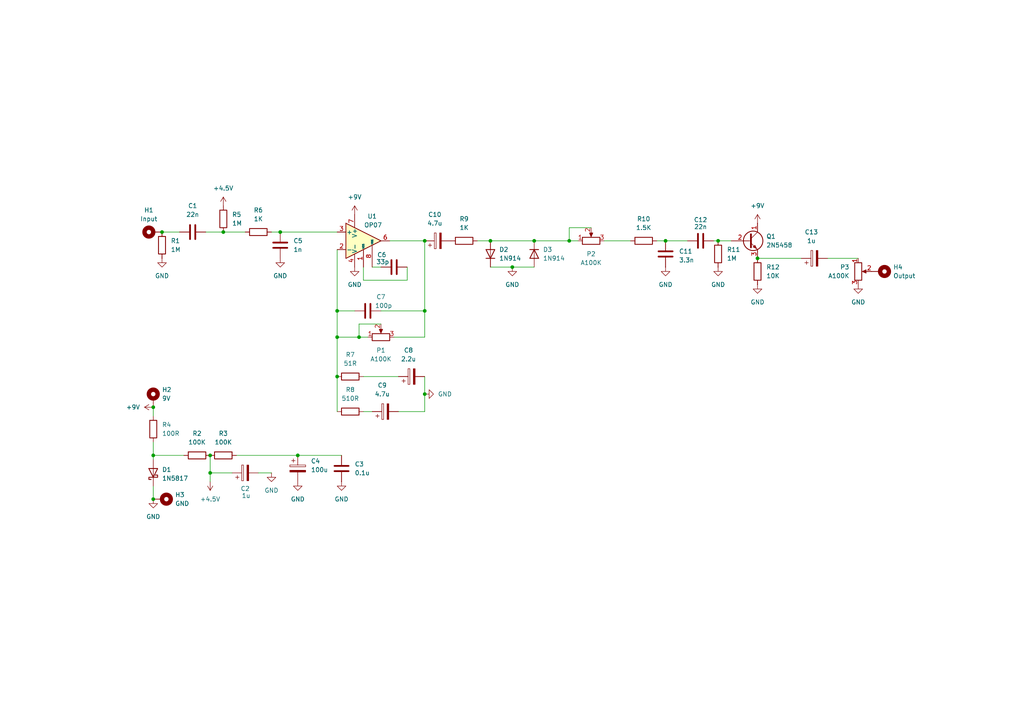
<source format=kicad_sch>
(kicad_sch (version 20231120) (generator "eeschema") (generator_version "8.0")
  (paper "A4")
  (lib_symbols
    (symbol "Amplifier_Operational:OP07" (pin_names (offset 0.127))
      (property "Reference" "U" (at 1.27 6.35 0))
      (property "Value" "OP07" (at 1.27 3.81 0))
      (symbol "OP07_0_1"
        (polyline (pts (xy -5.08 5.08) (xy 5.08 0) (xy -5.08 -5.08) (xy -5.08 5.08)) (stroke (width 0.254)) (fill (type background)))
      )
      (symbol "OP07_1_1"
        (pin input line (at 0 -7.62 90) (length 5.08) (name "VOS") (number "1"))
        (pin input line (at -7.62 -2.54 0) (length 2.54) (name "-") (number "2"))
        (pin input line (at -7.62 2.54 0) (length 2.54) (name "+") (number "3"))
        (pin power_in line (at -2.54 -7.62 90) (length 3.81) (name "V-") (number "4"))
        (pin no_connect line (at 0 2.54 270) (length 2.54) hide (name "NC") (number "5"))
        (pin output line (at 7.62 0 180) (length 2.54) (name "~") (number "6"))
        (pin power_in line (at -2.54 7.62 270) (length 3.81) (name "V+") (number "7"))
        (pin input line (at 2.54 -7.62 90) (length 6.35) (name "VOS") (number "8"))
      )
    )
    (symbol "Device:C" (pin_numbers hide) (pin_names (offset 0.254))
      (property "Reference" "C" (at 0.635 2.54 0))
      (property "Value" "C" (at 0.635 -2.54 0))
      (symbol "C_0_1"
        (polyline (pts (xy -2.032 -0.762) (xy 2.032 -0.762)) (stroke (width 0.508)))
        (polyline (pts (xy -2.032 0.762) (xy 2.032 0.762)) (stroke (width 0.508)))
      )
      (symbol "C_1_1"
        (pin passive line (at 0 3.81 270) (length 2.794) (name "~") (number "1"))
        (pin passive line (at 0 -3.81 90) (length 2.794) (name "~") (number "2"))
      )
    )
    (symbol "Device:C_Polarized" (pin_numbers hide) (pin_names (offset 0.254))
      (property "Reference" "C" (at 0.635 2.54 0))
      (property "Value" "C_Polarized" (at 0.635 -2.54 0))
      (symbol "C_Polarized_0_1"
        (rectangle (start -2.286 0.508) (end 2.286 1.016))
        (polyline (pts (xy -1.778 2.286) (xy -0.762 2.286)))
        (polyline (pts (xy -1.27 2.794) (xy -1.27 1.778)))
        (rectangle (start 2.286 -0.508) (end -2.286 -1.016) (fill (type outline)))
      )
      (symbol "C_Polarized_1_1"
        (pin passive line (at 0 3.81 270) (length 2.794) (name "~") (number "1"))
        (pin passive line (at 0 -3.81 90) (length 2.794) (name "~") (number "2"))
      )
    )
    (symbol "Device:R" (pin_numbers hide) (pin_names (offset 0))
      (property "Reference" "R" (at 2.032 0 90))
      (property "Value" "R" (at 0 0 90))
      (symbol "R_0_1"
        (rectangle (start -1.016 -2.54) (end 1.016 2.54) (stroke (width 0.254)))
      )
      (symbol "R_1_1"
        (pin passive line (at 0 3.81 270) (length 1.27) (name "~") (number "1"))
        (pin passive line (at 0 -3.81 90) (length 1.27) (name "~") (number "2"))
      )
    )
    (symbol "Device:R_Potentiometer" (pin_names (offset 1.016) hide)
      (property "Reference" "RV" (at -4.445 0 90))
      (property "Value" "R_Potentiometer" (at -2.54 0 90))
      (symbol "R_Potentiometer_0_1"
        (polyline (pts (xy 2.54 0) (xy 1.524 0)))
        (polyline (pts (xy 1.143 0) (xy 2.286 0.508) (xy 2.286 -0.508) (xy 1.143 0)) (fill (type outline)))
        (rectangle (start 1.016 2.54) (end -1.016 -2.54) (stroke (width 0.254)))
      )
      (symbol "R_Potentiometer_1_1"
        (pin passive line (at 0 3.81 270) (length 1.27) (name "1") (number "1"))
        (pin passive line (at 3.81 0 180) (length 1.27) (name "2") (number "2"))
        (pin passive line (at 0 -3.81 90) (length 1.27) (name "3") (number "3"))
      )
    )
    (symbol "Diode:1N5817" (pin_numbers hide) (pin_names (offset 1.016) hide)
      (property "Reference" "D" (at 0 2.54 0))
      (property "Value" "1N5817" (at 0 -2.54 0))
      (symbol "1N5817_0_1"
        (polyline (pts (xy 1.27 0) (xy -1.27 0)))
        (polyline (pts (xy 1.27 1.27) (xy 1.27 -1.27) (xy -1.27 0) (xy 1.27 1.27)) (stroke (width 0.254)))
        (polyline (pts (xy -1.905 0.635) (xy -1.905 1.27) (xy -1.27 1.27) (xy -1.27 -1.27) (xy -0.635 -1.27) (xy -0.635 -0.635)) (stroke (width 0.254)))
      )
      (symbol "1N5817_1_1"
        (pin passive line (at -3.81 0 0) (length 2.54) (name "K") (number "1"))
        (pin passive line (at 3.81 0 180) (length 2.54) (name "A") (number "2"))
      )
    )
    (symbol "Diode:1N914" (pin_numbers hide) (pin_names hide)
      (property "Reference" "D" (at 0 2.54 0))
      (property "Value" "1N914" (at 0 -2.54 0))
      (symbol "1N914_0_1"
        (polyline (pts (xy -1.27 1.27) (xy -1.27 -1.27)) (stroke (width 0.254)))
        (polyline (pts (xy 1.27 0) (xy -1.27 0)))
        (polyline (pts (xy 1.27 1.27) (xy 1.27 -1.27) (xy -1.27 0) (xy 1.27 1.27)) (stroke (width 0.254)))
      )
      (symbol "1N914_1_1"
        (pin passive line (at -3.81 0 0) (length 2.54) (name "K") (number "1"))
        (pin passive line (at 3.81 0 180) (length 2.54) (name "A") (number "2"))
      )
    )
    (symbol "Mechanical:MountingHole_Pad" (pin_numbers hide) (pin_names (offset 1.016) hide) (exclude_from_sim yes) (in_bom no)
      (property "Reference" "H" (at 0 6.35 0))
      (property "Value" "MountingHole_Pad" (at 0 4.445 0))
      (symbol "MountingHole_Pad_0_1"
        (circle (center 0 1.27) (radius 1.27) (stroke (width 1.27)))
      )
      (symbol "MountingHole_Pad_1_1"
        (pin input line (at 0 -2.54 90) (length 2.54) (name "1") (number "1"))
      )
    )
    (symbol "Transistor_BJT:BC549" (pin_names (offset 0) hide)
      (property "Reference" "Q" (at 5.08 1.905 0))
      (property "Value" "BC549" (at 5.08 0 0))
      (symbol "BC549_0_1"
        (polyline (pts (xy 0 0) (xy 0.635 0)))
        (polyline (pts (xy 0.635 0.635) (xy 2.54 2.54)))
        (polyline (pts (xy 0.635 -0.635) (xy 2.54 -2.54) (xy 2.54 -2.54)))
        (polyline (pts (xy 0.635 1.905) (xy 0.635 -1.905) (xy 0.635 -1.905)) (stroke (width 0.508)))
        (polyline (pts (xy 1.27 -1.778) (xy 1.778 -1.27) (xy 2.286 -2.286) (xy 1.27 -1.778) (xy 1.27 -1.778)) (fill (type outline)))
        (circle (center 1.27 0) (radius 2.8194) (stroke (width 0.254)))
      )
      (symbol "BC549_1_1"
        (pin passive line (at 2.54 5.08 270) (length 2.54) (name "C") (number "1"))
        (pin input line (at -5.08 0 0) (length 5.08) (name "B") (number "2"))
        (pin passive line (at 2.54 -5.08 90) (length 2.54) (name "E") (number "3"))
      )
    )
    (symbol "power:+4V" (power) (pin_numbers hide) (pin_names (offset 0) hide)
      (property "Value" "+4V" (at 0 3.556 0))
      (symbol "+4V_0_1"
        (polyline (pts (xy -0.762 1.27) (xy 0 2.54)))
        (polyline (pts (xy 0 0) (xy 0 2.54)))
        (polyline (pts (xy 0 2.54) (xy 0.762 1.27)))
      )
      (symbol "+4V_1_1"
        (pin power_in line (at 0 0 90) (length 0) (name "~") (number "1"))
      )
    )
    (symbol "power:+9V" (power) (pin_numbers hide) (pin_names (offset 0) hide)
      (property "Value" "+9V" (at 0 3.556 0))
      (symbol "+9V_0_1"
        (polyline (pts (xy -0.762 1.27) (xy 0 2.54)))
        (polyline (pts (xy 0 0) (xy 0 2.54)))
        (polyline (pts (xy 0 2.54) (xy 0.762 1.27)))
      )
      (symbol "+9V_1_1"
        (pin power_in line (at 0 0 90) (length 0) (name "~") (number "1"))
      )
    )
    (symbol "power:GND" (power) (pin_numbers hide) (pin_names (offset 0) hide)
      (property "Value" "GND" (at 0 -3.81 0))
      (symbol "GND_0_1"
        (polyline (pts (xy 0 0) (xy 0 -1.27) (xy 1.27 -1.27) (xy 0 -2.54) (xy -1.27 -1.27) (xy 0 -1.27)))
      )
      (symbol "GND_1_1"
        (pin power_in line (at 0 0 270) (length 0) (name "~") (number "1"))
      )
    )
  )
  (junction (at 46.99 67.31))
  (junction (at 148.59 77.47))
  (junction (at 123.19 114.3))
  (junction (at 154.94 69.85))
  (junction (at 44.45 132.08))
  (junction (at 44.45 144.78))
  (junction (at 219.71 74.93))
  (junction (at 123.19 69.85))
  (junction (at 81.28 67.31))
  (junction (at 60.96 137.16))
  (junction (at 165.1 69.85))
  (junction (at 60.96 132.08))
  (junction (at 97.79 97.79))
  (junction (at 86.36 132.08))
  (junction (at 44.45 118.11))
  (junction (at 97.79 90.17))
  (junction (at 193.04 69.85))
  (junction (at 123.19 90.17))
  (junction (at 142.24 69.85))
  (junction (at 104.14 97.79))
  (junction (at 64.77 67.31))
  (junction (at 208.28 69.85))
  (junction (at 97.79 109.22))
  (wire (pts (xy 44.45 128.27) (xy 44.45 132.08)))
  (wire (pts (xy 212.09 69.85) (xy 208.28 69.85)))
  (wire (pts (xy 207.01 69.85) (xy 208.28 69.85)))
  (wire (pts (xy 123.19 90.17) (xy 123.19 69.85)))
  (wire (pts (xy 240.03 74.93) (xy 248.92 74.93)))
  (wire (pts (xy 171.45 66.04) (xy 165.1 66.04)))
  (wire (pts (xy 107.95 77.47) (xy 110.49 77.47)))
  (wire (pts (xy 154.94 69.85) (xy 165.1 69.85)))
  (wire (pts (xy 78.74 67.31) (xy 81.28 67.31)))
  (wire (pts (xy 105.41 77.47) (xy 105.41 81.28)))
  (wire (pts (xy 105.41 119.38) (xy 107.95 119.38)))
  (wire (pts (xy 97.79 72.39) (xy 97.79 90.17)))
  (wire (pts (xy 193.04 69.85) (xy 199.39 69.85)))
  (wire (pts (xy 104.14 93.98) (xy 104.14 97.79)))
  (wire (pts (xy 44.45 132.08) (xy 44.45 133.35)))
  (wire (pts (xy 110.49 90.17) (xy 123.19 90.17)))
  (wire (pts (xy 148.59 77.47) (xy 154.94 77.47)))
  (wire (pts (xy 142.24 77.47) (xy 148.59 77.47)))
  (wire (pts (xy 123.19 119.38) (xy 115.57 119.38)))
  (wire (pts (xy 105.41 81.28) (xy 118.11 81.28)))
  (wire (pts (xy 123.19 109.22) (xy 123.19 114.3)))
  (wire (pts (xy 110.49 93.98) (xy 104.14 93.98)))
  (wire (pts (xy 118.11 81.28) (xy 118.11 77.47)))
  (wire (pts (xy 64.77 67.31) (xy 71.12 67.31)))
  (wire (pts (xy 67.31 137.16) (xy 60.96 137.16)))
  (wire (pts (xy 44.45 118.11) (xy 44.45 120.65)))
  (wire (pts (xy 104.14 97.79) (xy 97.79 97.79)))
  (wire (pts (xy 74.93 137.16) (xy 78.74 137.16)))
  (wire (pts (xy 97.79 90.17) (xy 102.87 90.17)))
  (wire (pts (xy 219.71 74.93) (xy 232.41 74.93)))
  (wire (pts (xy 106.68 97.79) (xy 104.14 97.79)))
  (wire (pts (xy 114.3 97.79) (xy 123.19 97.79)))
  (wire (pts (xy 59.69 67.31) (xy 64.77 67.31)))
  (wire (pts (xy 165.1 69.85) (xy 167.64 69.85)))
  (wire (pts (xy 44.45 140.97) (xy 44.45 144.78)))
  (wire (pts (xy 123.19 69.85) (xy 113.03 69.85)))
  (wire (pts (xy 123.19 97.79) (xy 123.19 90.17)))
  (wire (pts (xy 60.96 132.08) (xy 60.96 137.16)))
  (wire (pts (xy 123.19 114.3) (xy 123.19 119.38)))
  (wire (pts (xy 68.58 132.08) (xy 86.36 132.08)))
  (wire (pts (xy 182.88 69.85) (xy 175.26 69.85)))
  (wire (pts (xy 97.79 97.79) (xy 97.79 109.22)))
  (wire (pts (xy 165.1 66.04) (xy 165.1 69.85)))
  (wire (pts (xy 60.96 137.16) (xy 60.96 139.7)))
  (wire (pts (xy 86.36 132.08) (xy 99.06 132.08)))
  (wire (pts (xy 53.34 132.08) (xy 44.45 132.08)))
  (wire (pts (xy 115.57 109.22) (xy 105.41 109.22)))
  (wire (pts (xy 138.43 69.85) (xy 142.24 69.85)))
  (wire (pts (xy 142.24 69.85) (xy 154.94 69.85)))
  (wire (pts (xy 97.79 109.22) (xy 97.79 119.38)))
  (wire (pts (xy 97.79 97.79) (xy 97.79 90.17)))
  (wire (pts (xy 81.28 67.31) (xy 97.79 67.31)))
  (wire (pts (xy 46.99 67.31) (xy 52.07 67.31)))
  (wire (pts (xy 193.04 69.85) (xy 190.5 69.85)))
  (symbol (lib_id "Diode:1N914") (at 154.94 73.66 270) (unit 1)
    (property "Reference" "D3" (at 157.48 72.3899 90) (effects (justify left)))
    (property "Value" "1N914" (at 157.48 74.9299 90) (effects (justify left)))
    (property "Footprint" "Diode_THT:D_DO-35_SOD27_P7.62mm_Horizontal" (effects (hide yes)))
    (property "Datasheet" "http://www.vishay.com/docs/85622/1n914.pdf" (effects (hide yes)))
    (property "Description" "100V 0.3A Small Signal Fast Switching Diode, DO-35" (effects (hide yes)))
    (property "Sim.Device" "D" (effects (hide yes)))
    (property "Sim.Pins" "1=K 2=A" (effects (hide yes)))
  )
  (symbol (lib_id "Amplifier_Operational:OP07") (at 105.41 69.85 0) (unit 1)
    (property "Reference" "U1" (at 107.95 62.738 0))
    (property "Value" "OP07" (at 108.204 65.278 0))
    (property "Footprint" "Library:DIP-8 Socketed" (effects (hide yes)))
    (property "Datasheet" "https://www.analog.com/media/en/technical-documentation/data-sheets/OP07.pdf" (effects (hide yes)))
    (property "Description" "Single Ultra-Low Offset Voltage Operational Amplifier, DIP-8/SOIC-8" (effects (hide yes)))
  )
  (symbol (lib_id "Device:C") (at 81.28 71.12 180) (unit 1)
    (property "Reference" "C5" (at 85.09 69.8499 0) (effects (justify right)))
    (property "Value" "1n" (at 85.09 72.3899 0) (effects (justify right)))
    (property "Footprint" "Library:Film Capacitor (L7.2_W3.0_P5.0)" (effects (hide yes)))
    (property "Description" "Unpolarized capacitor" (effects (hide yes)))
  )
  (symbol (lib_id "power:GND") (at 46.99 74.93 0) (unit 1)
    (property "Reference" "#PWR03" (effects (hide yes)))
    (property "Value" "GND" (at 46.99 80.01 0))
    (property "Description" "Power symbol creates a global label with name \"GND\" , ground" (effects (hide yes)))
  )
  (symbol (lib_id "power:GND") (at 78.74 137.16 0) (unit 1)
    (property "Reference" "#PWR06" (effects (hide yes)))
    (property "Value" "GND" (at 78.74 142.24 0))
    (property "Description" "Power symbol creates a global label with name \"GND\" , ground" (effects (hide yes)))
  )
  (symbol (lib_id "Device:C_Polarized") (at 236.22 74.93 90) (unit 1)
    (property "Reference" "C13" (at 235.331 67.31 90))
    (property "Value" "1u" (at 235.331 69.85 90))
    (property "Footprint" "Library:Film Capacitor (L7.2_W5.5_P5.0)" (effects (hide yes)))
    (property "Description" "Polarized capacitor" (effects (hide yes)))
  )
  (symbol (lib_id "power:+4V") (at 64.77 59.69 0) (unit 1)
    (property "Reference" "#PWR05" (effects (hide yes)))
    (property "Value" "+4.5V" (at 64.77 54.61 0))
    (property "Description" "Power symbol creates a global label with name \"+4V\"" (effects (hide yes)))
  )
  (symbol (lib_id "Device:R_Potentiometer") (at 248.92 78.74 0) (unit 1)
    (property "Reference" "P3" (at 246.38 77.4699 0) (effects (justify right)))
    (property "Value" "A100K" (at 246.38 80.0099 0) (effects (justify right)))
    (property "Footprint" "Library:3 Wire Pads" (effects (hide yes)))
    (property "Description" "Potentiometer" (effects (hide yes)))
  )
  (symbol (lib_id "Diode:1N914") (at 142.24 73.66 90) (unit 1)
    (property "Reference" "D2" (at 144.78 72.3899 90) (effects (justify right)))
    (property "Value" "1N914" (at 144.78 74.9299 90) (effects (justify right)))
    (property "Footprint" "Diode_THT:D_DO-35_SOD27_P7.62mm_Horizontal" (effects (hide yes)))
    (property "Datasheet" "http://www.vishay.com/docs/85622/1n914.pdf" (effects (hide yes)))
    (property "Description" "100V 0.3A Small Signal Fast Switching Diode, DO-35" (effects (hide yes)))
    (property "Sim.Device" "D" (effects (hide yes)))
    (property "Sim.Pins" "1=K 2=A" (effects (hide yes)))
  )
  (symbol (lib_id "Device:R") (at 57.15 132.08 90) (unit 1)
    (property "Reference" "R2" (at 57.15 125.73 90))
    (property "Value" "100K" (at 57.15 128.27 90))
    (property "Footprint" "Library:THT Standard Resistor" (effects (hide yes)))
    (property "Description" "Resistor" (effects (hide yes)))
  )
  (symbol (lib_id "power:GND") (at 99.06 139.7 0) (unit 1)
    (property "Reference" "#PWR08" (effects (hide yes)))
    (property "Value" "GND" (at 99.06 144.78 0))
    (property "Description" "Power symbol creates a global label with name \"GND\" , ground" (effects (hide yes)))
  )
  (symbol (lib_id "Mechanical:MountingHole_Pad") (at 46.99 144.78 270) (unit 1) (exclude_from_sim yes) (in_bom no)
    (property "Reference" "H3" (at 50.8 143.5099 90) (effects (justify left)))
    (property "Value" "GND" (at 50.8 146.0499 90) (effects (justify left)))
    (property "Footprint" "Library:1 Wire Pad" (effects (hide yes)))
    (property "Description" "Mounting Hole with connection" (effects (hide yes)))
  )
  (symbol (lib_id "Mechanical:MountingHole_Pad") (at 44.45 115.57 0) (unit 1) (exclude_from_sim yes) (in_bom no)
    (property "Reference" "H2" (at 46.99 113.0299 0) (effects (justify left)))
    (property "Value" "9V" (at 46.99 115.5699 0) (effects (justify left)))
    (property "Footprint" "Library:1 Wire Pad" (effects (hide yes)))
    (property "Description" "Mounting Hole with connection" (effects (hide yes)))
  )
  (symbol (lib_id "Device:C") (at 99.06 135.89 0) (unit 1)
    (property "Reference" "C3" (at 102.87 134.6199 0) (effects (justify left)))
    (property "Value" "0.1u" (at 102.87 137.1599 0) (effects (justify left)))
    (property "Footprint" "Library:Film Capacitor (L7.2_W3.0_P5.0)" (effects (hide yes)))
    (property "Description" "Unpolarized capacitor" (effects (hide yes)))
  )
  (symbol (lib_id "power:GND") (at 44.45 144.78 0) (unit 1)
    (property "Reference" "#PWR02" (effects (hide yes)))
    (property "Value" "GND" (at 44.45 149.86 0))
    (property "Description" "Power symbol creates a global label with name \"GND\" , ground" (effects (hide yes)))
  )
  (symbol (lib_id "Device:R") (at 219.71 78.74 0) (unit 1)
    (property "Reference" "R12" (at 222.25 77.4699 0) (effects (justify left)))
    (property "Value" "10K" (at 222.25 80.0099 0) (effects (justify left)))
    (property "Footprint" "Library:THT Standard Resistor" (effects (hide yes)))
    (property "Description" "Resistor" (effects (hide yes)))
  )
  (symbol (lib_id "power:GND") (at 86.36 139.7 0) (unit 1)
    (property "Reference" "#PWR07" (effects (hide yes)))
    (property "Value" "GND" (at 86.36 144.78 0))
    (property "Description" "Power symbol creates a global label with name \"GND\" , ground" (effects (hide yes)))
  )
  (symbol (lib_id "Device:C") (at 114.3 77.47 270) (unit 1)
    (property "Reference" "C6" (at 110.744 73.914 90))
    (property "Value" "33p" (at 110.998 75.946 90))
    (property "Footprint" "Library:Ceramic Disc Capacitor (P2.5)" (effects (hide yes)))
    (property "Description" "Unpolarized capacitor" (effects (hide yes)))
  )
  (symbol (lib_id "Device:R") (at 64.77 63.5 0) (unit 1)
    (property "Reference" "R5" (at 67.31 62.2299 0) (effects (justify left)))
    (property "Value" "1M" (at 67.31 64.7699 0) (effects (justify left)))
    (property "Footprint" "Library:THT Standard Resistor" (effects (hide yes)))
    (property "Description" "Resistor" (effects (hide yes)))
  )
  (symbol (lib_id "power:GND") (at 219.71 82.55 0) (unit 1)
    (property "Reference" "#PWR016" (effects (hide yes)))
    (property "Value" "GND" (at 219.71 87.63 0))
    (property "Description" "Power symbol creates a global label with name \"GND\" , ground" (effects (hide yes)))
  )
  (symbol (lib_id "Device:C") (at 106.68 90.17 270) (unit 1)
    (property "Reference" "C7" (at 110.49 86.106 90))
    (property "Value" "100p" (at 111.252 88.646 90))
    (property "Footprint" "Library:Ceramic Disc Capacitor (P2.5)" (effects (hide yes)))
    (property "Description" "Unpolarized capacitor" (effects (hide yes)))
  )
  (symbol (lib_id "power:GND") (at 208.28 77.47 0) (unit 1)
    (property "Reference" "#PWR014" (effects (hide yes)))
    (property "Value" "GND" (at 208.28 82.55 0))
    (property "Description" "Power symbol creates a global label with name \"GND\" , ground" (effects (hide yes)))
  )
  (symbol (lib_id "power:GND") (at 248.92 82.55 0) (unit 1)
    (property "Reference" "#PWR018" (effects (hide yes)))
    (property "Value" "GND" (at 248.92 87.63 0))
    (property "Description" "Power symbol creates a global label with name \"GND\" , ground" (effects (hide yes)))
  )
  (symbol (lib_id "power:GND") (at 123.19 114.3 90) (unit 1)
    (property "Reference" "#PWR012" (effects (hide yes)))
    (property "Value" "GND" (at 127 114.2999 90) (effects (justify right)))
    (property "Description" "Power symbol creates a global label with name \"GND\" , ground" (effects (hide yes)))
  )
  (symbol (lib_id "power:+4V") (at 60.96 139.7 180) (unit 1)
    (property "Reference" "#PWR04" (effects (hide yes)))
    (property "Value" "+4.5V" (at 60.96 144.78 0))
    (property "Description" "Power symbol creates a global label with name \"+4V\"" (effects (hide yes)))
  )
  (symbol (lib_id "Transistor_BJT:BC549") (at 217.17 69.85 0) (unit 1)
    (property "Reference" "Q1" (at 222.25 68.5799 0) (effects (justify left)))
    (property "Value" "2N5458" (at 222.25 71.1199 0) (effects (justify left)))
    (property "Footprint" "Package_TO_SOT_THT:TO-92_Inline" (effects (hide yes)))
    (property "Datasheet" "https://www.onsemi.com/pub/Collateral/BC550-D.pdf" (effects (hide yes)))
    (property "Description" "0.1A Ic, 30V Vce, Small Signal NPN Transistor, TO-92" (effects (hide yes)))
  )
  (symbol (lib_id "Device:R") (at 74.93 67.31 90) (unit 1)
    (property "Reference" "R6" (at 74.93 60.96 90))
    (property "Value" "1K" (at 74.93 63.5 90))
    (property "Footprint" "Library:THT Standard Resistor" (effects (hide yes)))
    (property "Description" "Resistor" (effects (hide yes)))
  )
  (symbol (lib_id "power:GND") (at 148.59 77.47 0) (unit 1)
    (property "Reference" "#PWR013" (effects (hide yes)))
    (property "Value" "GND" (at 148.59 82.55 0))
    (property "Description" "Power symbol creates a global label with name \"GND\" , ground" (effects (hide yes)))
  )
  (symbol (lib_id "power:+9V") (at 219.71 64.77 0) (unit 1)
    (property "Reference" "#PWR015" (effects (hide yes)))
    (property "Value" "+9V" (at 219.71 59.69 0))
    (property "Description" "Power symbol creates a global label with name \"+9V\"" (effects (hide yes)))
  )
  (symbol (lib_id "Mechanical:MountingHole_Pad") (at 44.45 67.31 90) (unit 1) (exclude_from_sim yes) (in_bom no)
    (property "Reference" "H1" (at 43.18 60.96 90))
    (property "Value" "Input" (at 43.18 63.5 90))
    (property "Footprint" "Library:1 Wire Pad" (effects (hide yes)))
    (property "Description" "Mounting Hole with connection" (effects (hide yes)))
  )
  (symbol (lib_id "Device:C_Polarized") (at 119.38 109.22 90) (unit 1)
    (property "Reference" "C8" (at 118.491 101.6 90))
    (property "Value" "2.2u" (at 118.491 104.14 90))
    (property "Footprint" "Library:Electrolytic Capacitor (D5_P2.5)" (effects (hide yes)))
    (property "Description" "Polarized capacitor" (effects (hide yes)))
  )
  (symbol (lib_id "power:+9V") (at 102.87 62.23 0) (unit 1)
    (property "Reference" "#PWR011" (effects (hide yes)))
    (property "Value" "+9V" (at 102.87 57.15 0))
    (property "Description" "Power symbol creates a global label with name \"+9V\"" (effects (hide yes)))
  )
  (symbol (lib_id "Device:R") (at 101.6 119.38 90) (unit 1)
    (property "Reference" "R8" (at 101.6 113.03 90))
    (property "Value" "510R" (at 101.6 115.57 90))
    (property "Footprint" "Library:THT Standard Resistor" (effects (hide yes)))
    (property "Description" "Resistor" (effects (hide yes)))
  )
  (symbol (lib_id "Device:C_Polarized") (at 86.36 135.89 0) (unit 1)
    (property "Reference" "C4" (at 90.17 133.7309 0) (effects (justify left)))
    (property "Value" "100u" (at 90.17 136.2709 0) (effects (justify left)))
    (property "Footprint" "Library:Electrolytic Capacitor (D6.3_P2.5)" (effects (hide yes)))
    (property "Description" "Polarized capacitor" (effects (hide yes)))
  )
  (symbol (lib_id "Device:R") (at 46.99 71.12 0) (unit 1)
    (property "Reference" "R1" (at 49.53 69.8499 0) (effects (justify left)))
    (property "Value" "1M" (at 49.53 72.3899 0) (effects (justify left)))
    (property "Footprint" "Library:THT Standard Resistor" (effects (hide yes)))
    (property "Description" "Resistor" (effects (hide yes)))
  )
  (symbol (lib_id "Device:R") (at 101.6 109.22 90) (unit 1)
    (property "Reference" "R7" (at 101.6 102.87 90))
    (property "Value" "51R" (at 101.6 105.41 90))
    (property "Footprint" "Library:THT Standard Resistor" (effects (hide yes)))
    (property "Description" "Resistor" (effects (hide yes)))
  )
  (symbol (lib_id "Device:C") (at 193.04 73.66 0) (unit 1)
    (property "Reference" "C11" (at 198.882 72.898 0))
    (property "Value" "3.3n" (at 199.136 75.438 0))
    (property "Footprint" "Library:Film Capacitor (L7.2_W3.0_P5.0)" (effects (hide yes)))
    (property "Description" "Unpolarized capacitor" (effects (hide yes)))
  )
  (symbol (lib_id "Device:R") (at 134.62 69.85 90) (unit 1)
    (property "Reference" "R9" (at 134.62 63.5 90))
    (property "Value" "1K" (at 134.62 66.04 90))
    (property "Footprint" "Library:THT Standard Resistor" (effects (hide yes)))
    (property "Description" "Resistor" (effects (hide yes)))
  )
  (symbol (lib_id "Device:C") (at 55.88 67.31 90) (unit 1)
    (property "Reference" "C1" (at 55.88 59.69 90))
    (property "Value" "22n" (at 55.88 62.23 90))
    (property "Footprint" "Library:Film Capacitor (L7.2_W3.0_P5.0)" (effects (hide yes)))
    (property "Description" "Unpolarized capacitor" (effects (hide yes)))
  )
  (symbol (lib_id "Device:C") (at 203.2 69.85 90) (unit 1)
    (property "Reference" "C12" (at 203.2 63.754 90))
    (property "Value" "22n" (at 203.2 65.786 90))
    (property "Footprint" "Library:Film Capacitor (L7.2_W3.0_P5.0)" (effects (hide yes)))
    (property "Description" "Unpolarized capacitor" (effects (hide yes)))
  )
  (symbol (lib_id "Device:R_Potentiometer") (at 110.49 97.79 90) (unit 1)
    (property "Reference" "P1" (at 110.49 101.6 90))
    (property "Value" "A100K" (at 110.49 104.14 90))
    (property "Footprint" "Library:3 Wire Pads" (effects (hide yes)))
    (property "Description" "Potentiometer" (effects (hide yes)))
  )
  (symbol (lib_id "Device:R") (at 44.45 124.46 0) (unit 1)
    (property "Reference" "R4" (at 46.99 123.1899 0) (effects (justify left)))
    (property "Value" "100R" (at 46.99 125.7299 0) (effects (justify left)))
    (property "Footprint" "Library:THT Standard Resistor" (effects (hide yes)))
    (property "Description" "Resistor" (effects (hide yes)))
  )
  (symbol (lib_id "Mechanical:MountingHole_Pad") (at 255.27 78.74 270) (unit 1) (exclude_from_sim yes) (in_bom no)
    (property "Reference" "H4" (at 259.08 77.4699 90) (effects (justify left)))
    (property "Value" "Output" (at 259.08 80.0099 90) (effects (justify left)))
    (property "Footprint" "Library:1 Wire Pad" (effects (hide yes)))
    (property "Description" "Mounting Hole with connection" (effects (hide yes)))
  )
  (symbol (lib_id "power:GND") (at 81.28 74.93 0) (unit 1)
    (property "Reference" "#PWR09" (effects (hide yes)))
    (property "Value" "GND" (at 81.28 80.01 0))
    (property "Description" "Power symbol creates a global label with name \"GND\" , ground" (effects (hide yes)))
  )
  (symbol (lib_id "power:GND") (at 193.04 77.47 0) (unit 1)
    (property "Reference" "#PWR017" (effects (hide yes)))
    (property "Value" "GND" (at 193.04 82.55 0))
    (property "Description" "Power symbol creates a global label with name \"GND\" , ground" (effects (hide yes)))
  )
  (symbol (lib_id "Device:R") (at 186.69 69.85 90) (unit 1)
    (property "Reference" "R10" (at 186.69 63.5 90))
    (property "Value" "1.5K" (at 186.69 66.04 90))
    (property "Footprint" "Library:THT Standard Resistor" (effects (hide yes)))
    (property "Description" "Resistor" (effects (hide yes)))
  )
  (symbol (lib_id "Diode:1N5817") (at 44.45 137.16 90) (unit 1)
    (property "Reference" "D1" (at 46.99 136.2074 90) (effects (justify right)))
    (property "Value" "1N5817" (at 46.99 138.7474 90) (effects (justify right)))
    (property "Footprint" "Diode_THT:D_DO-41_SOD81_P10.16mm_Horizontal" (effects (hide yes)))
    (property "Datasheet" "http://www.vishay.com/docs/88525/1n5817.pdf" (effects (hide yes)))
    (property "Description" "20V 1A Schottky Barrier Rectifier Diode, DO-41" (effects (hide yes)))
  )
  (symbol (lib_id "Device:C_Polarized") (at 127 69.85 90) (unit 1)
    (property "Reference" "C10" (at 126.111 62.23 90))
    (property "Value" "4.7u" (at 126.111 64.77 90))
    (property "Footprint" "Library:Electrolytic Capacitor (D5.0_P2.0)" (effects (hide yes)))
    (property "Description" "Polarized capacitor" (effects (hide yes)))
  )
  (symbol (lib_id "Device:C_Polarized") (at 111.76 119.38 90) (unit 1)
    (property "Reference" "C9" (at 110.871 111.76 90))
    (property "Value" "4.7u" (at 110.871 114.3 90))
    (property "Footprint" "Library:Electrolytic Capacitor (D5.0_P2.0)" (effects (hide yes)))
    (property "Description" "Polarized capacitor" (effects (hide yes)))
  )
  (symbol (lib_id "power:+9V") (at 44.45 118.11 90) (unit 1)
    (property "Reference" "#PWR01" (effects (hide yes)))
    (property "Value" "+9V" (at 40.64 118.1099 90) (effects (justify left)))
    (property "Description" "Power symbol creates a global label with name \"+9V\"" (effects (hide yes)))
  )
  (symbol (lib_id "Device:R_Potentiometer") (at 171.45 69.85 90) (unit 1)
    (property "Reference" "P2" (at 171.45 73.66 90))
    (property "Value" "A100K" (at 171.45 76.2 90))
    (property "Footprint" "Library:3 Wire Pads" (effects (hide yes)))
    (property "Description" "Potentiometer" (effects (hide yes)))
  )
  (symbol (lib_id "Device:R") (at 208.28 73.66 0) (unit 1)
    (property "Reference" "R11" (at 210.82 72.3899 0) (effects (justify left)))
    (property "Value" "1M" (at 210.82 74.9299 0) (effects (justify left)))
    (property "Footprint" "Library:THT Standard Resistor" (effects (hide yes)))
    (property "Description" "Resistor" (effects (hide yes)))
  )
  (symbol (lib_id "Device:R") (at 64.77 132.08 90) (unit 1)
    (property "Reference" "R3" (at 64.77 125.73 90))
    (property "Value" "100K" (at 64.77 128.27 90))
    (property "Footprint" "Library:THT Standard Resistor" (effects (hide yes)))
    (property "Description" "Resistor" (effects (hide yes)))
  )
  (symbol (lib_id "power:GND") (at 102.87 77.47 0) (unit 1)
    (property "Reference" "#PWR010" (effects (hide yes)))
    (property "Value" "GND" (at 102.87 82.55 0))
    (property "Description" "Power symbol creates a global label with name \"GND\" , ground" (effects (hide yes)))
  )
  (symbol (lib_id "Device:C_Polarized") (at 71.12 137.16 90) (unit 1)
    (property "Reference" "C2" (at 71.12 141.732 90))
    (property "Value" "1u" (at 71.374 143.764 90))
    (property "Footprint" "Library:Film Capacitor (L7.2_W5.5_P5.0)" (effects (hide yes)))
    (property "Description" "Polarized capacitor" (effects (hide yes)))
  )
)
</source>
